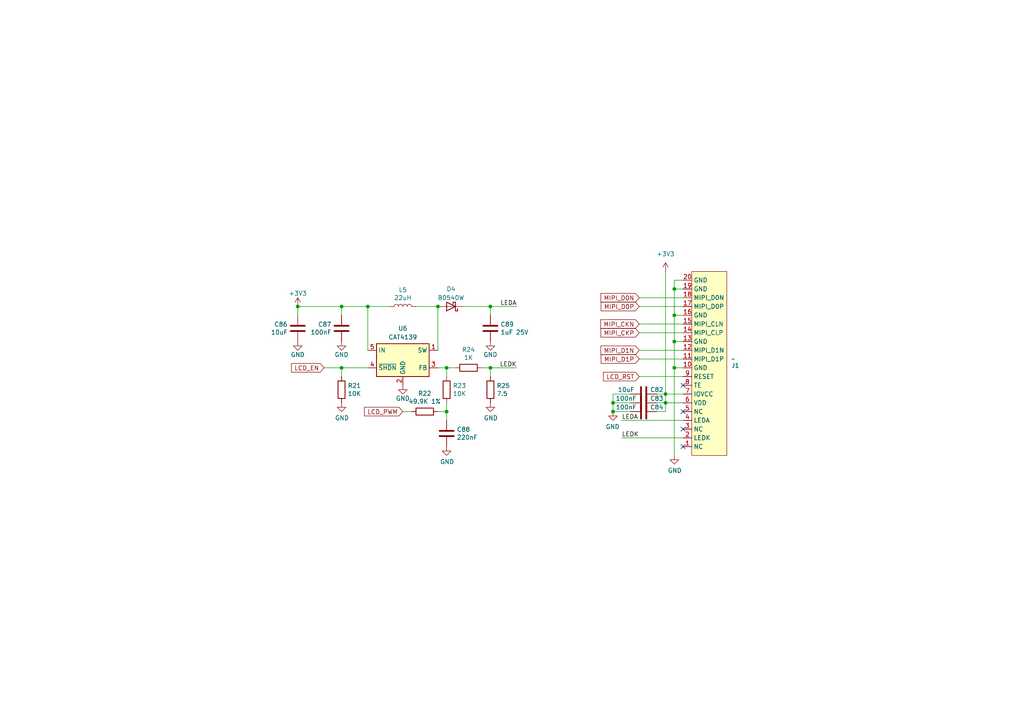
<source format=kicad_sch>
(kicad_sch (version 20231120) (generator "eeschema") (generator_version "8.0")
  (paper "A4")
  (title_block (title "Sitina 1 IO Board") (date "2024-03-08") (rev "R0.9") (company "Copyright 2024 Wenting Zhang, Anhang Li") (comment 2 "MERCHANTABILITY, SATISFACTORY QUALITY AND FITNESS FOR A PARTICULAR PURPOSE.") (comment 3 "This source is distributed WITHOUT ANY EXPRESS OR IMPLIED WARRANTY, INCLUDING OF") (comment 4 "This source describes Open Hardware and is licensed under the CERN-OHL-P v2."))
  (lib_symbols
    (symbol "Device:C" (pin_numbers hide) (pin_names (offset 0.254))
      (property "Reference" "C" (at 0.635 2.54 0))
      (property "Value" "C" (at 0.635 -2.54 0))
      (symbol "C_0_1"
        (polyline (pts (xy -2.032 -0.762) (xy 2.032 -0.762)) (stroke (width 0.508)))
        (polyline (pts (xy -2.032 0.762) (xy 2.032 0.762)) (stroke (width 0.508)))
      )
      (symbol "C_1_1"
        (pin passive line (at 0 3.81 270) (length 2.794) (name "~") (number "1"))
        (pin passive line (at 0 -3.81 90) (length 2.794) (name "~") (number "2"))
      )
    )
    (symbol "Device:L" (pin_numbers hide) (pin_names (offset 1.016) hide)
      (property "Reference" "L" (at -1.27 0 90))
      (property "Value" "L" (at 1.905 0 90))
      (symbol "L_0_1"
        (arc (start 0 -2.54) (mid 0.6323 -1.905) (end 0 -1.27))
        (arc (start 0 -1.27) (mid 0.6323 -0.635) (end 0 0))
        (arc (start 0 0) (mid 0.6323 0.635) (end 0 1.27))
        (arc (start 0 1.27) (mid 0.6323 1.905) (end 0 2.54))
      )
      (symbol "L_1_1"
        (pin passive line (at 0 3.81 270) (length 1.27) (name "1") (number "1"))
        (pin passive line (at 0 -3.81 90) (length 1.27) (name "2") (number "2"))
      )
    )
    (symbol "Device:R" (pin_numbers hide) (pin_names (offset 0))
      (property "Reference" "R" (at 2.032 0 90))
      (property "Value" "R" (at 0 0 90))
      (symbol "R_0_1"
        (rectangle (start -1.016 -2.54) (end 1.016 2.54) (stroke (width 0.254)))
      )
      (symbol "R_1_1"
        (pin passive line (at 0 3.81 270) (length 1.27) (name "~") (number "1"))
        (pin passive line (at 0 -3.81 90) (length 1.27) (name "~") (number "2"))
      )
    )
    (symbol "Diode:MBR0530" (pin_numbers hide) (pin_names (offset 1.016) hide)
      (property "Reference" "D" (at 0 2.54 0))
      (property "Value" "MBR0530" (at 0 -2.54 0))
      (symbol "MBR0530_0_1"
        (polyline (pts (xy 1.27 0) (xy -1.27 0)))
        (polyline (pts (xy 1.27 1.27) (xy 1.27 -1.27) (xy -1.27 0) (xy 1.27 1.27)) (stroke (width 0.254)))
        (polyline (pts (xy -1.905 0.635) (xy -1.905 1.27) (xy -1.27 1.27) (xy -1.27 -1.27) (xy -0.635 -1.27) (xy -0.635 -0.635)) (stroke (width 0.254)))
      )
      (symbol "MBR0530_1_1"
        (pin passive line (at -3.81 0 0) (length 2.54) (name "K") (number "1"))
        (pin passive line (at 3.81 0 180) (length 2.54) (name "A") (number "2"))
      )
    )
    (symbol "Regulator_Switching:AP3012"
      (property "Reference" "U" (at -7.62 5.715 0))
      (property "Value" "AP3012" (at 0 5.715 0))
      (symbol "AP3012_0_1"
        (rectangle (start -7.62 4.445) (end 7.62 -5.08) (stroke (width 0.254)) (fill (type background)))
      )
      (symbol "AP3012_1_1"
        (pin passive line (at 10.16 2.54 180) (length 2.54) (name "SW") (number "1"))
        (pin power_in line (at 0 -7.62 90) (length 2.54) (name "GND") (number "2"))
        (pin input line (at 10.16 -2.54 180) (length 2.54) (name "FB") (number "3"))
        (pin input line (at -10.16 -2.54 0) (length 2.54) (name "~{SHDN}") (number "4"))
        (pin power_in line (at -10.16 2.54 0) (length 2.54) (name "IN") (number "5"))
      )
    )
    (symbol "power:+3V3" (power) (pin_names (offset 0))
      (property "Value" "+3V3" (at 0 3.556 0))
      (symbol "+3V3_0_1"
        (polyline (pts (xy -0.762 1.27) (xy 0 2.54)))
        (polyline (pts (xy 0 0) (xy 0 2.54)))
        (polyline (pts (xy 0 2.54) (xy 0.762 1.27)))
      )
      (symbol "+3V3_1_1"
        (pin power_in line (at 0 0 90) (length 0) hide (name "+3V3") (number "1"))
      )
    )
    (symbol "power:GND" (power) (pin_names (offset 0))
      (property "Value" "GND" (at 0 -3.81 0))
      (symbol "GND_0_1"
        (polyline (pts (xy 0 0) (xy 0 -1.27) (xy 1.27 -1.27) (xy 0 -2.54) (xy -1.27 -1.27) (xy 0 -1.27)))
      )
      (symbol "GND_1_1"
        (pin power_in line (at 0 0 270) (length 0) hide (name "GND") (number "1"))
      )
    )
    (symbol "symbols:KD034WXFID001"
      (property "Reference" "J" (at 2.54 2.54 0))
      (symbol "KD034WXFID001_1_1"
        (rectangle (start 0 0) (end 10.16 -53.34) (fill (type background)))
        (pin input line (at -2.54 -2.54 0) (length 2.54) (name "NC") (number "1"))
        (pin input line (at -2.54 -25.4 0) (length 2.54) (name "GND") (number "10"))
        (pin input line (at -2.54 -27.94 0) (length 2.54) (name "MIPI_D1P") (number "11"))
        (pin input line (at -2.54 -30.48 0) (length 2.54) (name "MIPI_D1N") (number "12"))
        (pin input line (at -2.54 -33.02 0) (length 2.54) (name "GND") (number "13"))
        (pin input line (at -2.54 -35.56 0) (length 2.54) (name "MIPI_CLP") (number "14"))
        (pin input line (at -2.54 -38.1 0) (length 2.54) (name "MIPI_CLN") (number "15"))
        (pin input line (at -2.54 -40.64 0) (length 2.54) (name "GND") (number "16"))
        (pin input line (at -2.54 -43.18 0) (length 2.54) (name "MIPI_D0P") (number "17"))
        (pin input line (at -2.54 -45.72 0) (length 2.54) (name "MIPI_D0N") (number "18"))
        (pin input line (at -2.54 -48.26 0) (length 2.54) (name "GND") (number "19"))
        (pin input line (at -2.54 -5.08 0) (length 2.54) (name "LEDK") (number "2"))
        (pin input line (at -2.54 -50.8 0) (length 2.54) (name "GND") (number "20"))
        (pin input line (at -2.54 -7.62 0) (length 2.54) (name "NC") (number "3"))
        (pin input line (at -2.54 -10.16 0) (length 2.54) (name "LEDA") (number "4"))
        (pin input line (at -2.54 -12.7 0) (length 2.54) (name "NC") (number "5"))
        (pin input line (at -2.54 -15.24 0) (length 2.54) (name "VDD") (number "6"))
        (pin input line (at -2.54 -17.78 0) (length 2.54) (name "IOVCC") (number "7"))
        (pin input line (at -2.54 -20.32 0) (length 2.54) (name "TE") (number "8"))
        (pin input line (at -2.54 -22.86 0) (length 2.54) (name "RESET") (number "9"))
      )
    )
  )
  (junction (at 195.58 99.06))
  (junction (at 142.24 88.9) (diameter 0.9144))
  (junction (at 99.06 106.68) (diameter 0.9144))
  (junction (at 129.54 106.68) (diameter 0.9144))
  (junction (at 193.04 116.84))
  (junction (at 177.8 116.84))
  (junction (at 142.24 106.68) (diameter 0.9144))
  (junction (at 195.58 83.82))
  (junction (at 177.8 119.38))
  (junction (at 129.54 119.38) (diameter 0.9144))
  (junction (at 127 88.9) (diameter 0.9144))
  (junction (at 99.06 88.9) (diameter 0.9144))
  (junction (at 193.04 114.3))
  (junction (at 195.58 106.68))
  (junction (at 106.68 88.9) (diameter 0.9144))
  (junction (at 195.58 91.44))
  (junction (at 86.36 88.9))
  (no_connect (at 198.12 111.76))
  (no_connect (at 198.12 129.54))
  (no_connect (at 198.12 119.38))
  (no_connect (at 198.12 124.46))
  (wire (pts (xy 198.12 81.28) (xy 195.58 81.28)))
  (wire (pts (xy 195.58 99.06) (xy 198.12 99.06)))
  (wire (pts (xy 116.84 119.38) (xy 119.38 119.38)))
  (wire (pts (xy 195.58 83.82) (xy 198.12 83.82)))
  (wire (pts (xy 106.68 88.9) (xy 106.68 101.6)))
  (wire (pts (xy 142.24 106.68) (xy 139.7 106.68)))
  (wire (pts (xy 86.36 91.44) (xy 86.36 88.9)))
  (wire (pts (xy 185.42 88.9) (xy 198.12 88.9)))
  (wire (pts (xy 99.06 106.68) (xy 93.98 106.68)))
  (wire (pts (xy 86.36 88.9) (xy 99.06 88.9)))
  (wire (pts (xy 180.34 121.92) (xy 198.12 121.92)))
  (wire (pts (xy 185.42 93.98) (xy 198.12 93.98)))
  (wire (pts (xy 106.68 88.9) (xy 113.03 88.9)))
  (wire (pts (xy 142.24 88.9) (xy 149.86 88.9)))
  (wire (pts (xy 195.58 83.82) (xy 195.58 91.44)))
  (wire (pts (xy 106.68 106.68) (xy 99.06 106.68)))
  (wire (pts (xy 185.42 101.6) (xy 198.12 101.6)))
  (wire (pts (xy 195.58 99.06) (xy 195.58 106.68)))
  (wire (pts (xy 190.5 116.84) (xy 193.04 116.84)))
  (wire (pts (xy 185.42 96.52) (xy 198.12 96.52)))
  (wire (pts (xy 127 106.68) (xy 129.54 106.68)))
  (wire (pts (xy 193.04 114.3) (xy 193.04 116.84)))
  (wire (pts (xy 142.24 109.22) (xy 142.24 106.68)))
  (wire (pts (xy 195.58 106.68) (xy 195.58 132.08)))
  (wire (pts (xy 185.42 104.14) (xy 198.12 104.14)))
  (wire (pts (xy 190.5 114.3) (xy 193.04 114.3)))
  (wire (pts (xy 182.88 116.84) (xy 177.8 116.84)))
  (wire (pts (xy 177.8 119.38) (xy 182.88 119.38)))
  (wire (pts (xy 127 119.38) (xy 129.54 119.38)))
  (wire (pts (xy 177.8 114.3) (xy 177.8 116.84)))
  (wire (pts (xy 193.04 116.84) (xy 193.04 119.38)))
  (wire (pts (xy 142.24 91.44) (xy 142.24 88.9)))
  (wire (pts (xy 129.54 121.92) (xy 129.54 119.38)))
  (wire (pts (xy 99.06 91.44) (xy 99.06 88.9)))
  (wire (pts (xy 193.04 114.3) (xy 198.12 114.3)))
  (wire (pts (xy 180.34 127) (xy 198.12 127)))
  (wire (pts (xy 129.54 106.68) (xy 132.08 106.68)))
  (wire (pts (xy 142.24 106.68) (xy 149.86 106.68)))
  (wire (pts (xy 195.58 91.44) (xy 195.58 99.06)))
  (wire (pts (xy 127 88.9) (xy 127 101.6)))
  (wire (pts (xy 185.42 86.36) (xy 198.12 86.36)))
  (wire (pts (xy 134.62 88.9) (xy 142.24 88.9)))
  (wire (pts (xy 120.65 88.9) (xy 127 88.9)))
  (wire (pts (xy 129.54 109.22) (xy 129.54 106.68)))
  (wire (pts (xy 193.04 116.84) (xy 198.12 116.84)))
  (wire (pts (xy 177.8 116.84) (xy 177.8 119.38)))
  (wire (pts (xy 190.5 119.38) (xy 193.04 119.38)))
  (wire (pts (xy 129.54 119.38) (xy 129.54 116.84)))
  (wire (pts (xy 195.58 106.68) (xy 198.12 106.68)))
  (wire (pts (xy 185.42 109.22) (xy 198.12 109.22)))
  (wire (pts (xy 195.58 81.28) (xy 195.58 83.82)))
  (wire (pts (xy 182.88 114.3) (xy 177.8 114.3)))
  (wire (pts (xy 195.58 91.44) (xy 198.12 91.44)))
  (wire (pts (xy 193.04 78.74) (xy 193.04 114.3)))
  (wire (pts (xy 99.06 88.9) (xy 106.68 88.9)))
  (wire (pts (xy 99.06 109.22) (xy 99.06 106.68)))
  (label "LEDA" (at 149.86 88.9 180))
  (label "LEDK" (at 180.34 127 0))
  (label "LEDK" (at 149.86 106.68 180))
  (label "LEDA" (at 180.34 121.92 0))
  (global_label "MIPI_CKN" (shape input) (at 185.42 93.98 180) (property "Intersheetrefs" "${INTERSHEET_REFS}" (effects (hide yes))))
  (global_label "LCD_RST" (shape input) (at 185.42 109.22 180) (property "Intersheetrefs" "${INTERSHEET_REFS}" (effects (hide yes))))
  (global_label "MIPI_D1N" (shape input) (at 185.42 101.6 180) (property "Intersheetrefs" "${INTERSHEET_REFS}" (effects (hide yes))))
  (global_label "LCD_EN" (shape input) (at 93.98 106.68 180) (property "Intersheetrefs" "${INTERSHEET_REFS}" (effects (hide yes))))
  (global_label "MIPI_D0N" (shape input) (at 185.42 86.36 180) (property "Intersheetrefs" "${INTERSHEET_REFS}" (effects (hide yes))))
  (global_label "MIPI_D0P" (shape input) (at 185.42 88.9 180) (property "Intersheetrefs" "${INTERSHEET_REFS}" (effects (hide yes))))
  (global_label "MIPI_CKP" (shape input) (at 185.42 96.52 180) (property "Intersheetrefs" "${INTERSHEET_REFS}" (effects (hide yes))))
  (global_label "LCD_PWM" (shape input) (at 116.84 119.38 180) (property "Intersheetrefs" "${INTERSHEET_REFS}" (effects (hide yes))))
  (global_label "MIPI_D1P" (shape input) (at 185.42 104.14 180) (property "Intersheetrefs" "${INTERSHEET_REFS}" (effects (hide yes))))
  (symbol (lib_id "Device:R") (at 142.24 113.03 0) (unit 1)
    (property "Reference" "R25" (at 144.018 111.8616 0) (effects (justify left)))
    (property "Value" "7.5" (at 144.018 114.173 0) (effects (justify left)))
    (property "Footprint" "Resistor_SMD:R_0402_1005Metric" (effects (hide yes)))
  )
  (symbol (lib_id "power:GND") (at 142.24 116.84 0) (unit 1)
    (property "Reference" "#PWR083" (effects (hide yes)))
    (property "Value" "GND" (at 142.367 121.2342 0))
  )
  (symbol (lib_id "Regulator_Switching:AP3012") (at 116.84 104.14 0) (unit 1)
    (property "Reference" "U6" (at 116.84 95.25 0))
    (property "Value" "CAT4139" (at 116.84 97.79 0))
    (property "Footprint" "Package_TO_SOT_SMD:SOT-23-5" (effects (hide yes)))
    (property "Datasheet" "https://www.onsemi.com/pdf/datasheet/cat4139-d.pdf" (effects (hide yes)))
  )
  (symbol (lib_id "Device:L") (at 116.84 88.9 90) (unit 1)
    (property "Reference" "L5" (at 116.84 84.074 90))
    (property "Value" "22uH" (at 116.84 86.3854 90))
    (property "Footprint" "footprints:L_1212" (effects (hide yes)))
  )
  (symbol (lib_id "Device:C") (at 86.36 95.25 0) (mirror x) (unit 1)
    (property "Reference" "C86" (at 83.439 94.0816 0) (effects (justify right)))
    (property "Value" "10uF" (at 83.439 96.393 0) (effects (justify right)))
    (property "Footprint" "Capacitor_SMD:C_0603_1608Metric" (effects (hide yes)))
  )
  (symbol (lib_id "Device:C") (at 129.54 125.73 180) (unit 1)
    (property "Reference" "C88" (at 132.461 124.5616 0) (effects (justify right)))
    (property "Value" "220nF" (at 132.461 126.873 0) (effects (justify right)))
    (property "Footprint" "Capacitor_SMD:C_0402_1005Metric" (effects (hide yes)))
  )
  (symbol (lib_id "power:GND") (at 116.84 111.76 0) (unit 1)
    (property "Reference" "#PWR080" (effects (hide yes)))
    (property "Value" "GND" (at 116.84 115.57 0))
  )
  (symbol (lib_id "power:+3V3") (at 193.04 78.74 0) (unit 1)
    (property "Reference" "#PWR073" (effects (hide yes)))
    (property "Value" "+3V3" (at 193.04 73.66 0))
  )
  (symbol (lib_id "Device:C") (at 99.06 95.25 0) (mirror x) (unit 1)
    (property "Reference" "C87" (at 96.139 94.0816 0) (effects (justify right)))
    (property "Value" "100nF" (at 96.139 96.393 0) (effects (justify right)))
    (property "Footprint" "Capacitor_SMD:C_0402_1005Metric" (effects (hide yes)))
  )
  (symbol (lib_id "power:GND") (at 129.54 129.54 0) (unit 1)
    (property "Reference" "#PWR081" (effects (hide yes)))
    (property "Value" "GND" (at 129.667 133.9342 0))
  )
  (symbol (lib_id "power:GND") (at 195.58 132.08 0) (unit 1)
    (property "Reference" "#PWR0208" (effects (hide yes)))
    (property "Value" "GND" (at 195.707 136.4742 0))
  )
  (symbol (lib_id "power:+3V3") (at 86.36 88.9 0) (unit 1)
    (property "Reference" "#PWR072" (effects (hide yes)))
    (property "Value" "+3V3" (at 86.36 85.09 0))
  )
  (symbol (lib_id "power:GND") (at 99.06 116.84 0) (unit 1)
    (property "Reference" "#PWR079" (effects (hide yes)))
    (property "Value" "GND" (at 99.187 121.2342 0))
  )
  (symbol (lib_id "Device:R") (at 99.06 113.03 0) (unit 1)
    (property "Reference" "R21" (at 100.838 111.8616 0) (effects (justify left)))
    (property "Value" "10K" (at 100.838 114.173 0) (effects (justify left)))
    (property "Footprint" "Resistor_SMD:R_0402_1005Metric" (effects (hide yes)))
  )
  (symbol (lib_id "Device:C") (at 142.24 95.25 180) (unit 1)
    (property "Reference" "C89" (at 145.161 94.0816 0) (effects (justify right)))
    (property "Value" "1uF 25V" (at 145.161 96.393 0) (effects (justify right)))
    (property "Footprint" "Capacitor_SMD:C_0603_1608Metric" (effects (hide yes)))
  )
  (symbol (lib_id "power:GND") (at 142.24 99.06 0) (unit 1)
    (property "Reference" "#PWR082" (effects (hide yes)))
    (property "Value" "GND" (at 142.24 102.87 0))
  )
  (symbol (lib_id "Device:R") (at 123.19 119.38 270) (unit 1)
    (property "Reference" "R22" (at 123.19 114.1222 90))
    (property "Value" "49.9K 1%" (at 123.19 116.4336 90))
    (property "Footprint" "Resistor_SMD:R_0402_1005Metric" (effects (hide yes)))
  )
  (symbol (lib_id "Device:C") (at 186.69 119.38 270) (mirror x) (unit 1)
    (property "Reference" "C84" (at 190.5 118.11 90))
    (property "Value" "100nF" (at 181.61 118.11 90))
    (property "Footprint" "Capacitor_SMD:C_0402_1005Metric" (effects (hide yes)))
  )
  (symbol (lib_id "Device:C") (at 186.69 114.3 90) (mirror x) (unit 1)
    (property "Reference" "C82" (at 190.5 113.03 90))
    (property "Value" "10uF" (at 181.61 113.03 90))
    (property "Footprint" "Capacitor_SMD:C_0603_1608Metric" (effects (hide yes)))
  )
  (symbol (lib_id "symbols:KD034WXFID001") (at 200.66 132.08 0) (mirror x) (unit 1)
    (property "Reference" "J1" (at 212.09 106.0451 0) (effects (justify left)))
    (property "Value" "~" (at 212.09 104.14 0) (effects (justify left)))
    (property "Footprint" "Connector_FFC-FPC:Hirose_FH12-20S-0.5SH_1x20-1MP_P0.50mm_Horizontal" (effects (hide yes)))
  )
  (symbol (lib_id "power:GND") (at 86.36 99.06 0) (mirror y) (unit 1)
    (property "Reference" "#PWR077" (effects (hide yes)))
    (property "Value" "GND" (at 86.36 102.87 0))
  )
  (symbol (lib_id "power:GND") (at 99.06 99.06 0) (mirror y) (unit 1)
    (property "Reference" "#PWR078" (effects (hide yes)))
    (property "Value" "GND" (at 99.06 102.87 0))
  )
  (symbol (lib_id "Device:C") (at 186.69 116.84 270) (mirror x) (unit 1)
    (property "Reference" "C83" (at 190.5 115.57 90))
    (property "Value" "100nF" (at 181.61 115.57 90))
    (property "Footprint" "Capacitor_SMD:C_0402_1005Metric" (effects (hide yes)))
  )
  (symbol (lib_id "Device:R") (at 135.89 106.68 270) (unit 1)
    (property "Reference" "R24" (at 135.89 101.4222 90))
    (property "Value" "1K" (at 135.89 103.7336 90))
    (property "Footprint" "Resistor_SMD:R_0402_1005Metric" (effects (hide yes)))
  )
  (symbol (lib_id "Diode:MBR0530") (at 130.81 88.9 180) (unit 1)
    (property "Reference" "D4" (at 130.81 83.82 0))
    (property "Value" "B0540W" (at 130.81 86.36 0))
    (property "Footprint" "Diode_SMD:D_SOD-323" (effects (hide yes)))
  )
  (symbol (lib_id "power:GND") (at 177.8 119.38 0) (mirror y) (unit 1)
    (property "Reference" "#PWR071" (effects (hide yes)))
    (property "Value" "GND" (at 177.673 123.7742 0))
  )
  (symbol (lib_id "Device:R") (at 129.54 113.03 0) (unit 1)
    (property "Reference" "R23" (at 131.318 111.8616 0) (effects (justify left)))
    (property "Value" "10K" (at 131.318 114.173 0) (effects (justify left)))
    (property "Footprint" "Resistor_SMD:R_0402_1005Metric" (effects (hide yes)))
  )
)
</source>
